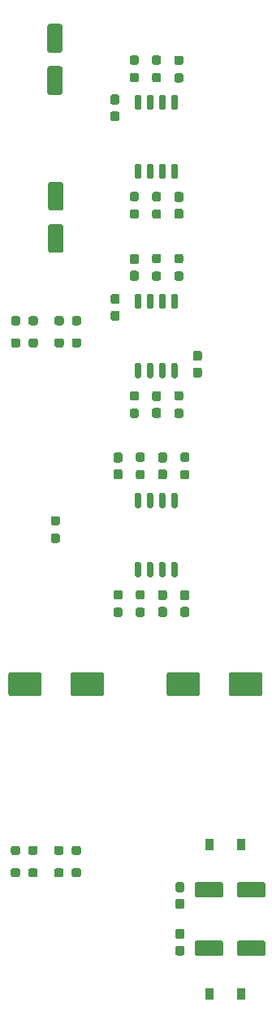
<source format=gbr>
%TF.GenerationSoftware,KiCad,Pcbnew,(5.1.9)-1*%
%TF.CreationDate,2021-03-03T00:59:23+01:00*%
%TF.ProjectId,Hands of Svarog,48616e64-7320-46f6-9620-537661726f67,rev?*%
%TF.SameCoordinates,Original*%
%TF.FileFunction,Paste,Top*%
%TF.FilePolarity,Positive*%
%FSLAX46Y46*%
G04 Gerber Fmt 4.6, Leading zero omitted, Abs format (unit mm)*
G04 Created by KiCad (PCBNEW (5.1.9)-1) date 2021-03-03 00:59:23*
%MOMM*%
%LPD*%
G01*
G04 APERTURE LIST*
%ADD10R,0.900000X1.200000*%
G04 APERTURE END LIST*
%TO.C,C1*%
G36*
G01*
X82449200Y-36358200D02*
X83549200Y-36358200D01*
G75*
G02*
X83799200Y-36608200I0J-250000D01*
G01*
X83799200Y-39108200D01*
G75*
G02*
X83549200Y-39358200I-250000J0D01*
G01*
X82449200Y-39358200D01*
G75*
G02*
X82199200Y-39108200I0J250000D01*
G01*
X82199200Y-36608200D01*
G75*
G02*
X82449200Y-36358200I250000J0D01*
G01*
G37*
G36*
G01*
X82449200Y-31958200D02*
X83549200Y-31958200D01*
G75*
G02*
X83799200Y-32208200I0J-250000D01*
G01*
X83799200Y-34708200D01*
G75*
G02*
X83549200Y-34958200I-250000J0D01*
G01*
X82449200Y-34958200D01*
G75*
G02*
X82199200Y-34708200I0J250000D01*
G01*
X82199200Y-32208200D01*
G75*
G02*
X82449200Y-31958200I250000J0D01*
G01*
G37*
%TD*%
%TO.C,C2*%
G36*
G01*
X82525400Y-48423200D02*
X83625400Y-48423200D01*
G75*
G02*
X83875400Y-48673200I0J-250000D01*
G01*
X83875400Y-51173200D01*
G75*
G02*
X83625400Y-51423200I-250000J0D01*
G01*
X82525400Y-51423200D01*
G75*
G02*
X82275400Y-51173200I0J250000D01*
G01*
X82275400Y-48673200D01*
G75*
G02*
X82525400Y-48423200I250000J0D01*
G01*
G37*
G36*
G01*
X82525400Y-52823200D02*
X83625400Y-52823200D01*
G75*
G02*
X83875400Y-53073200I0J-250000D01*
G01*
X83875400Y-55573200D01*
G75*
G02*
X83625400Y-55823200I-250000J0D01*
G01*
X82525400Y-55823200D01*
G75*
G02*
X82275400Y-55573200I0J250000D01*
G01*
X82275400Y-53073200D01*
G75*
G02*
X82525400Y-52823200I250000J0D01*
G01*
G37*
%TD*%
%TO.C,C3*%
G36*
G01*
X91042100Y-55940000D02*
X91517100Y-55940000D01*
G75*
G02*
X91754600Y-56177500I0J-237500D01*
G01*
X91754600Y-56752500D01*
G75*
G02*
X91517100Y-56990000I-237500J0D01*
G01*
X91042100Y-56990000D01*
G75*
G02*
X90804600Y-56752500I0J237500D01*
G01*
X90804600Y-56177500D01*
G75*
G02*
X91042100Y-55940000I237500J0D01*
G01*
G37*
G36*
G01*
X91042100Y-57690000D02*
X91517100Y-57690000D01*
G75*
G02*
X91754600Y-57927500I0J-237500D01*
G01*
X91754600Y-58502500D01*
G75*
G02*
X91517100Y-58740000I-237500J0D01*
G01*
X91042100Y-58740000D01*
G75*
G02*
X90804600Y-58502500I0J237500D01*
G01*
X90804600Y-57927500D01*
G75*
G02*
X91042100Y-57690000I237500J0D01*
G01*
G37*
%TD*%
%TO.C,C4*%
G36*
G01*
X93980032Y-78389100D02*
X94455032Y-78389100D01*
G75*
G02*
X94692532Y-78626600I0J-237500D01*
G01*
X94692532Y-79201600D01*
G75*
G02*
X94455032Y-79439100I-237500J0D01*
G01*
X93980032Y-79439100D01*
G75*
G02*
X93742532Y-79201600I0J237500D01*
G01*
X93742532Y-78626600D01*
G75*
G02*
X93980032Y-78389100I237500J0D01*
G01*
G37*
G36*
G01*
X93980032Y-76639100D02*
X94455032Y-76639100D01*
G75*
G02*
X94692532Y-76876600I0J-237500D01*
G01*
X94692532Y-77451600D01*
G75*
G02*
X94455032Y-77689100I-237500J0D01*
G01*
X93980032Y-77689100D01*
G75*
G02*
X93742532Y-77451600I0J237500D01*
G01*
X93742532Y-76876600D01*
G75*
G02*
X93980032Y-76639100I237500J0D01*
G01*
G37*
%TD*%
%TO.C,C5*%
G36*
G01*
X93361966Y-71990200D02*
X93836966Y-71990200D01*
G75*
G02*
X94074466Y-72227700I0J-237500D01*
G01*
X94074466Y-72802700D01*
G75*
G02*
X93836966Y-73040200I-237500J0D01*
G01*
X93361966Y-73040200D01*
G75*
G02*
X93124466Y-72802700I0J237500D01*
G01*
X93124466Y-72227700D01*
G75*
G02*
X93361966Y-71990200I237500J0D01*
G01*
G37*
G36*
G01*
X93361966Y-70240200D02*
X93836966Y-70240200D01*
G75*
G02*
X94074466Y-70477700I0J-237500D01*
G01*
X94074466Y-71052700D01*
G75*
G02*
X93836966Y-71290200I-237500J0D01*
G01*
X93361966Y-71290200D01*
G75*
G02*
X93124466Y-71052700I0J237500D01*
G01*
X93124466Y-70477700D01*
G75*
G02*
X93361966Y-70240200I237500J0D01*
G01*
G37*
%TD*%
%TO.C,C6*%
G36*
G01*
X93980032Y-90992000D02*
X94455032Y-90992000D01*
G75*
G02*
X94692532Y-91229500I0J-237500D01*
G01*
X94692532Y-91804500D01*
G75*
G02*
X94455032Y-92042000I-237500J0D01*
G01*
X93980032Y-92042000D01*
G75*
G02*
X93742532Y-91804500I0J237500D01*
G01*
X93742532Y-91229500D01*
G75*
G02*
X93980032Y-90992000I237500J0D01*
G01*
G37*
G36*
G01*
X93980032Y-92742000D02*
X94455032Y-92742000D01*
G75*
G02*
X94692532Y-92979500I0J-237500D01*
G01*
X94692532Y-93554500D01*
G75*
G02*
X94455032Y-93792000I-237500J0D01*
G01*
X93980032Y-93792000D01*
G75*
G02*
X93742532Y-93554500I0J237500D01*
G01*
X93742532Y-92979500D01*
G75*
G02*
X93980032Y-92742000I237500J0D01*
G01*
G37*
%TD*%
%TO.C,C7*%
G36*
G01*
X88126200Y-99799400D02*
X88126200Y-101799400D01*
G75*
G02*
X87876200Y-102049400I-250000J0D01*
G01*
X84876200Y-102049400D01*
G75*
G02*
X84626200Y-101799400I0J250000D01*
G01*
X84626200Y-99799400D01*
G75*
G02*
X84876200Y-99549400I250000J0D01*
G01*
X87876200Y-99549400D01*
G75*
G02*
X88126200Y-99799400I0J-250000D01*
G01*
G37*
G36*
G01*
X81626200Y-99799400D02*
X81626200Y-101799400D01*
G75*
G02*
X81376200Y-102049400I-250000J0D01*
G01*
X78376200Y-102049400D01*
G75*
G02*
X78126200Y-101799400I0J250000D01*
G01*
X78126200Y-99799400D01*
G75*
G02*
X78376200Y-99549400I250000J0D01*
G01*
X81376200Y-99549400D01*
G75*
G02*
X81626200Y-99799400I0J-250000D01*
G01*
G37*
%TD*%
%TO.C,C8*%
G36*
G01*
X98136200Y-99799400D02*
X98136200Y-101799400D01*
G75*
G02*
X97886200Y-102049400I-250000J0D01*
G01*
X94886200Y-102049400D01*
G75*
G02*
X94636200Y-101799400I0J250000D01*
G01*
X94636200Y-99799400D01*
G75*
G02*
X94886200Y-99549400I250000J0D01*
G01*
X97886200Y-99549400D01*
G75*
G02*
X98136200Y-99799400I0J-250000D01*
G01*
G37*
G36*
G01*
X104636200Y-99799400D02*
X104636200Y-101799400D01*
G75*
G02*
X104386200Y-102049400I-250000J0D01*
G01*
X101386200Y-102049400D01*
G75*
G02*
X101136200Y-101799400I0J250000D01*
G01*
X101136200Y-99799400D01*
G75*
G02*
X101386200Y-99549400I250000J0D01*
G01*
X104386200Y-99549400D01*
G75*
G02*
X104636200Y-99799400I0J-250000D01*
G01*
G37*
%TD*%
%TO.C,C9*%
G36*
G01*
X101961800Y-122787000D02*
X101961800Y-121687000D01*
G75*
G02*
X102211800Y-121437000I250000J0D01*
G01*
X104711800Y-121437000D01*
G75*
G02*
X104961800Y-121687000I0J-250000D01*
G01*
X104961800Y-122787000D01*
G75*
G02*
X104711800Y-123037000I-250000J0D01*
G01*
X102211800Y-123037000D01*
G75*
G02*
X101961800Y-122787000I0J250000D01*
G01*
G37*
G36*
G01*
X97561800Y-122787000D02*
X97561800Y-121687000D01*
G75*
G02*
X97811800Y-121437000I250000J0D01*
G01*
X100311800Y-121437000D01*
G75*
G02*
X100561800Y-121687000I0J-250000D01*
G01*
X100561800Y-122787000D01*
G75*
G02*
X100311800Y-123037000I-250000J0D01*
G01*
X97811800Y-123037000D01*
G75*
G02*
X97561800Y-122787000I0J250000D01*
G01*
G37*
%TD*%
%TO.C,C10*%
G36*
G01*
X104961800Y-127783000D02*
X104961800Y-128883000D01*
G75*
G02*
X104711800Y-129133000I-250000J0D01*
G01*
X102211800Y-129133000D01*
G75*
G02*
X101961800Y-128883000I0J250000D01*
G01*
X101961800Y-127783000D01*
G75*
G02*
X102211800Y-127533000I250000J0D01*
G01*
X104711800Y-127533000D01*
G75*
G02*
X104961800Y-127783000I0J-250000D01*
G01*
G37*
G36*
G01*
X100561800Y-127783000D02*
X100561800Y-128883000D01*
G75*
G02*
X100311800Y-129133000I-250000J0D01*
G01*
X97811800Y-129133000D01*
G75*
G02*
X97561800Y-128883000I0J250000D01*
G01*
X97561800Y-127783000D01*
G75*
G02*
X97811800Y-127533000I250000J0D01*
G01*
X100311800Y-127533000D01*
G75*
G02*
X100561800Y-127783000I0J-250000D01*
G01*
G37*
%TD*%
%TO.C,C11*%
G36*
G01*
X95791900Y-123185200D02*
X96266900Y-123185200D01*
G75*
G02*
X96504400Y-123422700I0J-237500D01*
G01*
X96504400Y-123997700D01*
G75*
G02*
X96266900Y-124235200I-237500J0D01*
G01*
X95791900Y-124235200D01*
G75*
G02*
X95554400Y-123997700I0J237500D01*
G01*
X95554400Y-123422700D01*
G75*
G02*
X95791900Y-123185200I237500J0D01*
G01*
G37*
G36*
G01*
X95791900Y-121435200D02*
X96266900Y-121435200D01*
G75*
G02*
X96504400Y-121672700I0J-237500D01*
G01*
X96504400Y-122247700D01*
G75*
G02*
X96266900Y-122485200I-237500J0D01*
G01*
X95791900Y-122485200D01*
G75*
G02*
X95554400Y-122247700I0J237500D01*
G01*
X95554400Y-121672700D01*
G75*
G02*
X95791900Y-121435200I237500J0D01*
G01*
G37*
%TD*%
%TO.C,C12*%
G36*
G01*
X96266900Y-129112000D02*
X95791900Y-129112000D01*
G75*
G02*
X95554400Y-128874500I0J237500D01*
G01*
X95554400Y-128299500D01*
G75*
G02*
X95791900Y-128062000I237500J0D01*
G01*
X96266900Y-128062000D01*
G75*
G02*
X96504400Y-128299500I0J-237500D01*
G01*
X96504400Y-128874500D01*
G75*
G02*
X96266900Y-129112000I-237500J0D01*
G01*
G37*
G36*
G01*
X96266900Y-127362000D02*
X95791900Y-127362000D01*
G75*
G02*
X95554400Y-127124500I0J237500D01*
G01*
X95554400Y-126549500D01*
G75*
G02*
X95791900Y-126312000I237500J0D01*
G01*
X96266900Y-126312000D01*
G75*
G02*
X96504400Y-126549500I0J-237500D01*
G01*
X96504400Y-127124500D01*
G75*
G02*
X96266900Y-127362000I-237500J0D01*
G01*
G37*
%TD*%
%TO.C,C13*%
G36*
G01*
X97620700Y-67785200D02*
X98095700Y-67785200D01*
G75*
G02*
X98333200Y-68022700I0J-237500D01*
G01*
X98333200Y-68597700D01*
G75*
G02*
X98095700Y-68835200I-237500J0D01*
G01*
X97620700Y-68835200D01*
G75*
G02*
X97383200Y-68597700I0J237500D01*
G01*
X97383200Y-68022700D01*
G75*
G02*
X97620700Y-67785200I237500J0D01*
G01*
G37*
G36*
G01*
X97620700Y-66035200D02*
X98095700Y-66035200D01*
G75*
G02*
X98333200Y-66272700I0J-237500D01*
G01*
X98333200Y-66847700D01*
G75*
G02*
X98095700Y-67085200I-237500J0D01*
G01*
X97620700Y-67085200D01*
G75*
G02*
X97383200Y-66847700I0J237500D01*
G01*
X97383200Y-66272700D01*
G75*
G02*
X97620700Y-66035200I237500J0D01*
G01*
G37*
%TD*%
%TO.C,C14*%
G36*
G01*
X89035500Y-60105600D02*
X89510500Y-60105600D01*
G75*
G02*
X89748000Y-60343100I0J-237500D01*
G01*
X89748000Y-60918100D01*
G75*
G02*
X89510500Y-61155600I-237500J0D01*
G01*
X89035500Y-61155600D01*
G75*
G02*
X88798000Y-60918100I0J237500D01*
G01*
X88798000Y-60343100D01*
G75*
G02*
X89035500Y-60105600I237500J0D01*
G01*
G37*
G36*
G01*
X89035500Y-61855600D02*
X89510500Y-61855600D01*
G75*
G02*
X89748000Y-62093100I0J-237500D01*
G01*
X89748000Y-62668100D01*
G75*
G02*
X89510500Y-62905600I-237500J0D01*
G01*
X89035500Y-62905600D01*
G75*
G02*
X88798000Y-62668100I0J237500D01*
G01*
X88798000Y-62093100D01*
G75*
G02*
X89035500Y-61855600I237500J0D01*
G01*
G37*
%TD*%
%TO.C,C15*%
G36*
G01*
X96774900Y-92042000D02*
X96299900Y-92042000D01*
G75*
G02*
X96062400Y-91804500I0J237500D01*
G01*
X96062400Y-91229500D01*
G75*
G02*
X96299900Y-90992000I237500J0D01*
G01*
X96774900Y-90992000D01*
G75*
G02*
X97012400Y-91229500I0J-237500D01*
G01*
X97012400Y-91804500D01*
G75*
G02*
X96774900Y-92042000I-237500J0D01*
G01*
G37*
G36*
G01*
X96774900Y-93792000D02*
X96299900Y-93792000D01*
G75*
G02*
X96062400Y-93554500I0J237500D01*
G01*
X96062400Y-92979500D01*
G75*
G02*
X96299900Y-92742000I237500J0D01*
G01*
X96774900Y-92742000D01*
G75*
G02*
X97012400Y-92979500I0J-237500D01*
G01*
X97012400Y-93554500D01*
G75*
G02*
X96774900Y-93792000I-237500J0D01*
G01*
G37*
%TD*%
%TO.C,C16*%
G36*
G01*
X89815300Y-79439100D02*
X89340300Y-79439100D01*
G75*
G02*
X89102800Y-79201600I0J237500D01*
G01*
X89102800Y-78626600D01*
G75*
G02*
X89340300Y-78389100I237500J0D01*
G01*
X89815300Y-78389100D01*
G75*
G02*
X90052800Y-78626600I0J-237500D01*
G01*
X90052800Y-79201600D01*
G75*
G02*
X89815300Y-79439100I-237500J0D01*
G01*
G37*
G36*
G01*
X89815300Y-77689100D02*
X89340300Y-77689100D01*
G75*
G02*
X89102800Y-77451600I0J237500D01*
G01*
X89102800Y-76876600D01*
G75*
G02*
X89340300Y-76639100I237500J0D01*
G01*
X89815300Y-76639100D01*
G75*
G02*
X90052800Y-76876600I0J-237500D01*
G01*
X90052800Y-77451600D01*
G75*
G02*
X89815300Y-77689100I-237500J0D01*
G01*
G37*
%TD*%
%TO.C,C17*%
G36*
G01*
X96156832Y-50524400D02*
X95681832Y-50524400D01*
G75*
G02*
X95444332Y-50286900I0J237500D01*
G01*
X95444332Y-49711900D01*
G75*
G02*
X95681832Y-49474400I237500J0D01*
G01*
X96156832Y-49474400D01*
G75*
G02*
X96394332Y-49711900I0J-237500D01*
G01*
X96394332Y-50286900D01*
G75*
G02*
X96156832Y-50524400I-237500J0D01*
G01*
G37*
G36*
G01*
X96156832Y-52274400D02*
X95681832Y-52274400D01*
G75*
G02*
X95444332Y-52036900I0J237500D01*
G01*
X95444332Y-51461900D01*
G75*
G02*
X95681832Y-51224400I237500J0D01*
G01*
X96156832Y-51224400D01*
G75*
G02*
X96394332Y-51461900I0J-237500D01*
G01*
X96394332Y-52036900D01*
G75*
G02*
X96156832Y-52274400I-237500J0D01*
G01*
G37*
%TD*%
%TO.C,C18*%
G36*
G01*
X89010100Y-39314400D02*
X89485100Y-39314400D01*
G75*
G02*
X89722600Y-39551900I0J-237500D01*
G01*
X89722600Y-40126900D01*
G75*
G02*
X89485100Y-40364400I-237500J0D01*
G01*
X89010100Y-40364400D01*
G75*
G02*
X88772600Y-40126900I0J237500D01*
G01*
X88772600Y-39551900D01*
G75*
G02*
X89010100Y-39314400I237500J0D01*
G01*
G37*
G36*
G01*
X89010100Y-41064400D02*
X89485100Y-41064400D01*
G75*
G02*
X89722600Y-41301900I0J-237500D01*
G01*
X89722600Y-41876900D01*
G75*
G02*
X89485100Y-42114400I-237500J0D01*
G01*
X89010100Y-42114400D01*
G75*
G02*
X88772600Y-41876900I0J237500D01*
G01*
X88772600Y-41301900D01*
G75*
G02*
X89010100Y-41064400I237500J0D01*
G01*
G37*
%TD*%
D10*
%TO.C,D1*%
X99155600Y-117538000D03*
X102455600Y-117538000D03*
%TD*%
%TO.C,D2*%
X99155600Y-133082800D03*
X102455600Y-133082800D03*
%TD*%
%TO.C,R1*%
G36*
G01*
X93836966Y-36212100D02*
X93361966Y-36212100D01*
G75*
G02*
X93124466Y-35974600I0J237500D01*
G01*
X93124466Y-35474600D01*
G75*
G02*
X93361966Y-35237100I237500J0D01*
G01*
X93836966Y-35237100D01*
G75*
G02*
X94074466Y-35474600I0J-237500D01*
G01*
X94074466Y-35974600D01*
G75*
G02*
X93836966Y-36212100I-237500J0D01*
G01*
G37*
G36*
G01*
X93836966Y-38037100D02*
X93361966Y-38037100D01*
G75*
G02*
X93124466Y-37799600I0J237500D01*
G01*
X93124466Y-37299600D01*
G75*
G02*
X93361966Y-37062100I237500J0D01*
G01*
X93836966Y-37062100D01*
G75*
G02*
X94074466Y-37299600I0J-237500D01*
G01*
X94074466Y-37799600D01*
G75*
G02*
X93836966Y-38037100I-237500J0D01*
G01*
G37*
%TD*%
%TO.C,R2*%
G36*
G01*
X91517100Y-38037100D02*
X91042100Y-38037100D01*
G75*
G02*
X90804600Y-37799600I0J237500D01*
G01*
X90804600Y-37299600D01*
G75*
G02*
X91042100Y-37062100I237500J0D01*
G01*
X91517100Y-37062100D01*
G75*
G02*
X91754600Y-37299600I0J-237500D01*
G01*
X91754600Y-37799600D01*
G75*
G02*
X91517100Y-38037100I-237500J0D01*
G01*
G37*
G36*
G01*
X91517100Y-36212100D02*
X91042100Y-36212100D01*
G75*
G02*
X90804600Y-35974600I0J237500D01*
G01*
X90804600Y-35474600D01*
G75*
G02*
X91042100Y-35237100I237500J0D01*
G01*
X91517100Y-35237100D01*
G75*
G02*
X91754600Y-35474600I0J-237500D01*
G01*
X91754600Y-35974600D01*
G75*
G02*
X91517100Y-36212100I-237500J0D01*
G01*
G37*
%TD*%
%TO.C,R3*%
G36*
G01*
X91042100Y-49474400D02*
X91517100Y-49474400D01*
G75*
G02*
X91754600Y-49711900I0J-237500D01*
G01*
X91754600Y-50211900D01*
G75*
G02*
X91517100Y-50449400I-237500J0D01*
G01*
X91042100Y-50449400D01*
G75*
G02*
X90804600Y-50211900I0J237500D01*
G01*
X90804600Y-49711900D01*
G75*
G02*
X91042100Y-49474400I237500J0D01*
G01*
G37*
G36*
G01*
X91042100Y-51299400D02*
X91517100Y-51299400D01*
G75*
G02*
X91754600Y-51536900I0J-237500D01*
G01*
X91754600Y-52036900D01*
G75*
G02*
X91517100Y-52274400I-237500J0D01*
G01*
X91042100Y-52274400D01*
G75*
G02*
X90804600Y-52036900I0J237500D01*
G01*
X90804600Y-51536900D01*
G75*
G02*
X91042100Y-51299400I237500J0D01*
G01*
G37*
%TD*%
%TO.C,R4*%
G36*
G01*
X82812337Y-83270400D02*
X83287337Y-83270400D01*
G75*
G02*
X83524837Y-83507900I0J-237500D01*
G01*
X83524837Y-84007900D01*
G75*
G02*
X83287337Y-84245400I-237500J0D01*
G01*
X82812337Y-84245400D01*
G75*
G02*
X82574837Y-84007900I0J237500D01*
G01*
X82574837Y-83507900D01*
G75*
G02*
X82812337Y-83270400I237500J0D01*
G01*
G37*
G36*
G01*
X82812337Y-85095400D02*
X83287337Y-85095400D01*
G75*
G02*
X83524837Y-85332900I0J-237500D01*
G01*
X83524837Y-85832900D01*
G75*
G02*
X83287337Y-86070400I-237500J0D01*
G01*
X82812337Y-86070400D01*
G75*
G02*
X82574837Y-85832900I0J237500D01*
G01*
X82574837Y-85332900D01*
G75*
G02*
X82812337Y-85095400I237500J0D01*
G01*
G37*
%TD*%
%TO.C,R5*%
G36*
G01*
X96156832Y-38066300D02*
X95681832Y-38066300D01*
G75*
G02*
X95444332Y-37828800I0J237500D01*
G01*
X95444332Y-37328800D01*
G75*
G02*
X95681832Y-37091300I237500J0D01*
G01*
X96156832Y-37091300D01*
G75*
G02*
X96394332Y-37328800I0J-237500D01*
G01*
X96394332Y-37828800D01*
G75*
G02*
X96156832Y-38066300I-237500J0D01*
G01*
G37*
G36*
G01*
X96156832Y-36241300D02*
X95681832Y-36241300D01*
G75*
G02*
X95444332Y-36003800I0J237500D01*
G01*
X95444332Y-35503800D01*
G75*
G02*
X95681832Y-35266300I237500J0D01*
G01*
X96156832Y-35266300D01*
G75*
G02*
X96394332Y-35503800I0J-237500D01*
G01*
X96394332Y-36003800D01*
G75*
G02*
X96156832Y-36241300I-237500J0D01*
G01*
G37*
%TD*%
%TO.C,R6*%
G36*
G01*
X93361966Y-51299400D02*
X93836966Y-51299400D01*
G75*
G02*
X94074466Y-51536900I0J-237500D01*
G01*
X94074466Y-52036900D01*
G75*
G02*
X93836966Y-52274400I-237500J0D01*
G01*
X93361966Y-52274400D01*
G75*
G02*
X93124466Y-52036900I0J237500D01*
G01*
X93124466Y-51536900D01*
G75*
G02*
X93361966Y-51299400I237500J0D01*
G01*
G37*
G36*
G01*
X93361966Y-49474400D02*
X93836966Y-49474400D01*
G75*
G02*
X94074466Y-49711900I0J-237500D01*
G01*
X94074466Y-50211900D01*
G75*
G02*
X93836966Y-50449400I-237500J0D01*
G01*
X93361966Y-50449400D01*
G75*
G02*
X93124466Y-50211900I0J237500D01*
G01*
X93124466Y-49711900D01*
G75*
G02*
X93361966Y-49474400I237500J0D01*
G01*
G37*
%TD*%
%TO.C,R7*%
G36*
G01*
X81222300Y-62665100D02*
X81222300Y-63140100D01*
G75*
G02*
X80984800Y-63377600I-237500J0D01*
G01*
X80484800Y-63377600D01*
G75*
G02*
X80247300Y-63140100I0J237500D01*
G01*
X80247300Y-62665100D01*
G75*
G02*
X80484800Y-62427600I237500J0D01*
G01*
X80984800Y-62427600D01*
G75*
G02*
X81222300Y-62665100I0J-237500D01*
G01*
G37*
G36*
G01*
X79397300Y-62665100D02*
X79397300Y-63140100D01*
G75*
G02*
X79159800Y-63377600I-237500J0D01*
G01*
X78659800Y-63377600D01*
G75*
G02*
X78422300Y-63140100I0J237500D01*
G01*
X78422300Y-62665100D01*
G75*
G02*
X78659800Y-62427600I237500J0D01*
G01*
X79159800Y-62427600D01*
G75*
G02*
X79397300Y-62665100I0J-237500D01*
G01*
G37*
%TD*%
%TO.C,R8*%
G36*
G01*
X81222300Y-64976500D02*
X81222300Y-65451500D01*
G75*
G02*
X80984800Y-65689000I-237500J0D01*
G01*
X80484800Y-65689000D01*
G75*
G02*
X80247300Y-65451500I0J237500D01*
G01*
X80247300Y-64976500D01*
G75*
G02*
X80484800Y-64739000I237500J0D01*
G01*
X80984800Y-64739000D01*
G75*
G02*
X81222300Y-64976500I0J-237500D01*
G01*
G37*
G36*
G01*
X79397300Y-64976500D02*
X79397300Y-65451500D01*
G75*
G02*
X79159800Y-65689000I-237500J0D01*
G01*
X78659800Y-65689000D01*
G75*
G02*
X78422300Y-65451500I0J237500D01*
G01*
X78422300Y-64976500D01*
G75*
G02*
X78659800Y-64739000I237500J0D01*
G01*
X79159800Y-64739000D01*
G75*
G02*
X79397300Y-64976500I0J-237500D01*
G01*
G37*
%TD*%
%TO.C,R9*%
G36*
G01*
X79371900Y-120221500D02*
X79371900Y-120696500D01*
G75*
G02*
X79134400Y-120934000I-237500J0D01*
G01*
X78634400Y-120934000D01*
G75*
G02*
X78396900Y-120696500I0J237500D01*
G01*
X78396900Y-120221500D01*
G75*
G02*
X78634400Y-119984000I237500J0D01*
G01*
X79134400Y-119984000D01*
G75*
G02*
X79371900Y-120221500I0J-237500D01*
G01*
G37*
G36*
G01*
X81196900Y-120221500D02*
X81196900Y-120696500D01*
G75*
G02*
X80959400Y-120934000I-237500J0D01*
G01*
X80459400Y-120934000D01*
G75*
G02*
X80221900Y-120696500I0J237500D01*
G01*
X80221900Y-120221500D01*
G75*
G02*
X80459400Y-119984000I237500J0D01*
G01*
X80959400Y-119984000D01*
G75*
G02*
X81196900Y-120221500I0J-237500D01*
G01*
G37*
%TD*%
%TO.C,R10*%
G36*
G01*
X82918100Y-120696500D02*
X82918100Y-120221500D01*
G75*
G02*
X83155600Y-119984000I237500J0D01*
G01*
X83655600Y-119984000D01*
G75*
G02*
X83893100Y-120221500I0J-237500D01*
G01*
X83893100Y-120696500D01*
G75*
G02*
X83655600Y-120934000I-237500J0D01*
G01*
X83155600Y-120934000D01*
G75*
G02*
X82918100Y-120696500I0J237500D01*
G01*
G37*
G36*
G01*
X84743100Y-120696500D02*
X84743100Y-120221500D01*
G75*
G02*
X84980600Y-119984000I237500J0D01*
G01*
X85480600Y-119984000D01*
G75*
G02*
X85718100Y-120221500I0J-237500D01*
G01*
X85718100Y-120696500D01*
G75*
G02*
X85480600Y-120934000I-237500J0D01*
G01*
X84980600Y-120934000D01*
G75*
G02*
X84743100Y-120696500I0J237500D01*
G01*
G37*
%TD*%
%TO.C,R11*%
G36*
G01*
X83918500Y-62665100D02*
X83918500Y-63140100D01*
G75*
G02*
X83681000Y-63377600I-237500J0D01*
G01*
X83181000Y-63377600D01*
G75*
G02*
X82943500Y-63140100I0J237500D01*
G01*
X82943500Y-62665100D01*
G75*
G02*
X83181000Y-62427600I237500J0D01*
G01*
X83681000Y-62427600D01*
G75*
G02*
X83918500Y-62665100I0J-237500D01*
G01*
G37*
G36*
G01*
X85743500Y-62665100D02*
X85743500Y-63140100D01*
G75*
G02*
X85506000Y-63377600I-237500J0D01*
G01*
X85006000Y-63377600D01*
G75*
G02*
X84768500Y-63140100I0J237500D01*
G01*
X84768500Y-62665100D01*
G75*
G02*
X85006000Y-62427600I237500J0D01*
G01*
X85506000Y-62427600D01*
G75*
G02*
X85743500Y-62665100I0J-237500D01*
G01*
G37*
%TD*%
%TO.C,R12*%
G36*
G01*
X85743500Y-64976500D02*
X85743500Y-65451500D01*
G75*
G02*
X85506000Y-65689000I-237500J0D01*
G01*
X85006000Y-65689000D01*
G75*
G02*
X84768500Y-65451500I0J237500D01*
G01*
X84768500Y-64976500D01*
G75*
G02*
X85006000Y-64739000I237500J0D01*
G01*
X85506000Y-64739000D01*
G75*
G02*
X85743500Y-64976500I0J-237500D01*
G01*
G37*
G36*
G01*
X83918500Y-64976500D02*
X83918500Y-65451500D01*
G75*
G02*
X83681000Y-65689000I-237500J0D01*
G01*
X83181000Y-65689000D01*
G75*
G02*
X82943500Y-65451500I0J237500D01*
G01*
X82943500Y-64976500D01*
G75*
G02*
X83181000Y-64739000I237500J0D01*
G01*
X83681000Y-64739000D01*
G75*
G02*
X83918500Y-64976500I0J-237500D01*
G01*
G37*
%TD*%
%TO.C,R13*%
G36*
G01*
X80221900Y-118359700D02*
X80221900Y-117884700D01*
G75*
G02*
X80459400Y-117647200I237500J0D01*
G01*
X80959400Y-117647200D01*
G75*
G02*
X81196900Y-117884700I0J-237500D01*
G01*
X81196900Y-118359700D01*
G75*
G02*
X80959400Y-118597200I-237500J0D01*
G01*
X80459400Y-118597200D01*
G75*
G02*
X80221900Y-118359700I0J237500D01*
G01*
G37*
G36*
G01*
X78396900Y-118359700D02*
X78396900Y-117884700D01*
G75*
G02*
X78634400Y-117647200I237500J0D01*
G01*
X79134400Y-117647200D01*
G75*
G02*
X79371900Y-117884700I0J-237500D01*
G01*
X79371900Y-118359700D01*
G75*
G02*
X79134400Y-118597200I-237500J0D01*
G01*
X78634400Y-118597200D01*
G75*
G02*
X78396900Y-118359700I0J237500D01*
G01*
G37*
%TD*%
%TO.C,R14*%
G36*
G01*
X82918100Y-118359700D02*
X82918100Y-117884700D01*
G75*
G02*
X83155600Y-117647200I237500J0D01*
G01*
X83655600Y-117647200D01*
G75*
G02*
X83893100Y-117884700I0J-237500D01*
G01*
X83893100Y-118359700D01*
G75*
G02*
X83655600Y-118597200I-237500J0D01*
G01*
X83155600Y-118597200D01*
G75*
G02*
X82918100Y-118359700I0J237500D01*
G01*
G37*
G36*
G01*
X84743100Y-118359700D02*
X84743100Y-117884700D01*
G75*
G02*
X84980600Y-117647200I237500J0D01*
G01*
X85480600Y-117647200D01*
G75*
G02*
X85718100Y-117884700I0J-237500D01*
G01*
X85718100Y-118359700D01*
G75*
G02*
X85480600Y-118597200I-237500J0D01*
G01*
X84980600Y-118597200D01*
G75*
G02*
X84743100Y-118359700I0J237500D01*
G01*
G37*
%TD*%
%TO.C,R15*%
G36*
G01*
X93361966Y-57765000D02*
X93836966Y-57765000D01*
G75*
G02*
X94074466Y-58002500I0J-237500D01*
G01*
X94074466Y-58502500D01*
G75*
G02*
X93836966Y-58740000I-237500J0D01*
G01*
X93361966Y-58740000D01*
G75*
G02*
X93124466Y-58502500I0J237500D01*
G01*
X93124466Y-58002500D01*
G75*
G02*
X93361966Y-57765000I237500J0D01*
G01*
G37*
G36*
G01*
X93361966Y-55940000D02*
X93836966Y-55940000D01*
G75*
G02*
X94074466Y-56177500I0J-237500D01*
G01*
X94074466Y-56677500D01*
G75*
G02*
X93836966Y-56915000I-237500J0D01*
G01*
X93361966Y-56915000D01*
G75*
G02*
X93124466Y-56677500I0J237500D01*
G01*
X93124466Y-56177500D01*
G75*
G02*
X93361966Y-55940000I237500J0D01*
G01*
G37*
%TD*%
%TO.C,R16*%
G36*
G01*
X96299900Y-76639100D02*
X96774900Y-76639100D01*
G75*
G02*
X97012400Y-76876600I0J-237500D01*
G01*
X97012400Y-77376600D01*
G75*
G02*
X96774900Y-77614100I-237500J0D01*
G01*
X96299900Y-77614100D01*
G75*
G02*
X96062400Y-77376600I0J237500D01*
G01*
X96062400Y-76876600D01*
G75*
G02*
X96299900Y-76639100I237500J0D01*
G01*
G37*
G36*
G01*
X96299900Y-78464100D02*
X96774900Y-78464100D01*
G75*
G02*
X97012400Y-78701600I0J-237500D01*
G01*
X97012400Y-79201600D01*
G75*
G02*
X96774900Y-79439100I-237500J0D01*
G01*
X96299900Y-79439100D01*
G75*
G02*
X96062400Y-79201600I0J237500D01*
G01*
X96062400Y-78701600D01*
G75*
G02*
X96299900Y-78464100I237500J0D01*
G01*
G37*
%TD*%
%TO.C,R17*%
G36*
G01*
X95681832Y-57765000D02*
X96156832Y-57765000D01*
G75*
G02*
X96394332Y-58002500I0J-237500D01*
G01*
X96394332Y-58502500D01*
G75*
G02*
X96156832Y-58740000I-237500J0D01*
G01*
X95681832Y-58740000D01*
G75*
G02*
X95444332Y-58502500I0J237500D01*
G01*
X95444332Y-58002500D01*
G75*
G02*
X95681832Y-57765000I237500J0D01*
G01*
G37*
G36*
G01*
X95681832Y-55940000D02*
X96156832Y-55940000D01*
G75*
G02*
X96394332Y-56177500I0J-237500D01*
G01*
X96394332Y-56677500D01*
G75*
G02*
X96156832Y-56915000I-237500J0D01*
G01*
X95681832Y-56915000D01*
G75*
G02*
X95444332Y-56677500I0J237500D01*
G01*
X95444332Y-56177500D01*
G75*
G02*
X95681832Y-55940000I237500J0D01*
G01*
G37*
%TD*%
%TO.C,R18*%
G36*
G01*
X92135166Y-77614100D02*
X91660166Y-77614100D01*
G75*
G02*
X91422666Y-77376600I0J237500D01*
G01*
X91422666Y-76876600D01*
G75*
G02*
X91660166Y-76639100I237500J0D01*
G01*
X92135166Y-76639100D01*
G75*
G02*
X92372666Y-76876600I0J-237500D01*
G01*
X92372666Y-77376600D01*
G75*
G02*
X92135166Y-77614100I-237500J0D01*
G01*
G37*
G36*
G01*
X92135166Y-79439100D02*
X91660166Y-79439100D01*
G75*
G02*
X91422666Y-79201600I0J237500D01*
G01*
X91422666Y-78701600D01*
G75*
G02*
X91660166Y-78464100I237500J0D01*
G01*
X92135166Y-78464100D01*
G75*
G02*
X92372666Y-78701600I0J-237500D01*
G01*
X92372666Y-79201600D01*
G75*
G02*
X92135166Y-79439100I-237500J0D01*
G01*
G37*
%TD*%
%TO.C,R19*%
G36*
G01*
X91517100Y-73040200D02*
X91042100Y-73040200D01*
G75*
G02*
X90804600Y-72802700I0J237500D01*
G01*
X90804600Y-72302700D01*
G75*
G02*
X91042100Y-72065200I237500J0D01*
G01*
X91517100Y-72065200D01*
G75*
G02*
X91754600Y-72302700I0J-237500D01*
G01*
X91754600Y-72802700D01*
G75*
G02*
X91517100Y-73040200I-237500J0D01*
G01*
G37*
G36*
G01*
X91517100Y-71215200D02*
X91042100Y-71215200D01*
G75*
G02*
X90804600Y-70977700I0J237500D01*
G01*
X90804600Y-70477700D01*
G75*
G02*
X91042100Y-70240200I237500J0D01*
G01*
X91517100Y-70240200D01*
G75*
G02*
X91754600Y-70477700I0J-237500D01*
G01*
X91754600Y-70977700D01*
G75*
G02*
X91517100Y-71215200I-237500J0D01*
G01*
G37*
%TD*%
%TO.C,R20*%
G36*
G01*
X96156832Y-71215200D02*
X95681832Y-71215200D01*
G75*
G02*
X95444332Y-70977700I0J237500D01*
G01*
X95444332Y-70477700D01*
G75*
G02*
X95681832Y-70240200I237500J0D01*
G01*
X96156832Y-70240200D01*
G75*
G02*
X96394332Y-70477700I0J-237500D01*
G01*
X96394332Y-70977700D01*
G75*
G02*
X96156832Y-71215200I-237500J0D01*
G01*
G37*
G36*
G01*
X96156832Y-73040200D02*
X95681832Y-73040200D01*
G75*
G02*
X95444332Y-72802700I0J237500D01*
G01*
X95444332Y-72302700D01*
G75*
G02*
X95681832Y-72065200I237500J0D01*
G01*
X96156832Y-72065200D01*
G75*
G02*
X96394332Y-72302700I0J-237500D01*
G01*
X96394332Y-72802700D01*
G75*
G02*
X96156832Y-73040200I-237500J0D01*
G01*
G37*
%TD*%
%TO.C,R21*%
G36*
G01*
X89815300Y-91967000D02*
X89340300Y-91967000D01*
G75*
G02*
X89102800Y-91729500I0J237500D01*
G01*
X89102800Y-91229500D01*
G75*
G02*
X89340300Y-90992000I237500J0D01*
G01*
X89815300Y-90992000D01*
G75*
G02*
X90052800Y-91229500I0J-237500D01*
G01*
X90052800Y-91729500D01*
G75*
G02*
X89815300Y-91967000I-237500J0D01*
G01*
G37*
G36*
G01*
X89815300Y-93792000D02*
X89340300Y-93792000D01*
G75*
G02*
X89102800Y-93554500I0J237500D01*
G01*
X89102800Y-93054500D01*
G75*
G02*
X89340300Y-92817000I237500J0D01*
G01*
X89815300Y-92817000D01*
G75*
G02*
X90052800Y-93054500I0J-237500D01*
G01*
X90052800Y-93554500D01*
G75*
G02*
X89815300Y-93792000I-237500J0D01*
G01*
G37*
%TD*%
%TO.C,R22*%
G36*
G01*
X92135166Y-91967000D02*
X91660166Y-91967000D01*
G75*
G02*
X91422666Y-91729500I0J237500D01*
G01*
X91422666Y-91229500D01*
G75*
G02*
X91660166Y-90992000I237500J0D01*
G01*
X92135166Y-90992000D01*
G75*
G02*
X92372666Y-91229500I0J-237500D01*
G01*
X92372666Y-91729500D01*
G75*
G02*
X92135166Y-91967000I-237500J0D01*
G01*
G37*
G36*
G01*
X92135166Y-93792000D02*
X91660166Y-93792000D01*
G75*
G02*
X91422666Y-93554500I0J237500D01*
G01*
X91422666Y-93054500D01*
G75*
G02*
X91660166Y-92817000I237500J0D01*
G01*
X92135166Y-92817000D01*
G75*
G02*
X92372666Y-93054500I0J-237500D01*
G01*
X92372666Y-93554500D01*
G75*
G02*
X92135166Y-93792000I-237500J0D01*
G01*
G37*
%TD*%
%TO.C,U1*%
G36*
G01*
X95320600Y-39325600D02*
X95620600Y-39325600D01*
G75*
G02*
X95770600Y-39475600I0J-150000D01*
G01*
X95770600Y-40775600D01*
G75*
G02*
X95620600Y-40925600I-150000J0D01*
G01*
X95320600Y-40925600D01*
G75*
G02*
X95170600Y-40775600I0J150000D01*
G01*
X95170600Y-39475600D01*
G75*
G02*
X95320600Y-39325600I150000J0D01*
G01*
G37*
G36*
G01*
X94050600Y-39325600D02*
X94350600Y-39325600D01*
G75*
G02*
X94500600Y-39475600I0J-150000D01*
G01*
X94500600Y-40775600D01*
G75*
G02*
X94350600Y-40925600I-150000J0D01*
G01*
X94050600Y-40925600D01*
G75*
G02*
X93900600Y-40775600I0J150000D01*
G01*
X93900600Y-39475600D01*
G75*
G02*
X94050600Y-39325600I150000J0D01*
G01*
G37*
G36*
G01*
X92780600Y-39325600D02*
X93080600Y-39325600D01*
G75*
G02*
X93230600Y-39475600I0J-150000D01*
G01*
X93230600Y-40775600D01*
G75*
G02*
X93080600Y-40925600I-150000J0D01*
G01*
X92780600Y-40925600D01*
G75*
G02*
X92630600Y-40775600I0J150000D01*
G01*
X92630600Y-39475600D01*
G75*
G02*
X92780600Y-39325600I150000J0D01*
G01*
G37*
G36*
G01*
X91510600Y-39325600D02*
X91810600Y-39325600D01*
G75*
G02*
X91960600Y-39475600I0J-150000D01*
G01*
X91960600Y-40775600D01*
G75*
G02*
X91810600Y-40925600I-150000J0D01*
G01*
X91510600Y-40925600D01*
G75*
G02*
X91360600Y-40775600I0J150000D01*
G01*
X91360600Y-39475600D01*
G75*
G02*
X91510600Y-39325600I150000J0D01*
G01*
G37*
G36*
G01*
X91510600Y-46525600D02*
X91810600Y-46525600D01*
G75*
G02*
X91960600Y-46675600I0J-150000D01*
G01*
X91960600Y-47975600D01*
G75*
G02*
X91810600Y-48125600I-150000J0D01*
G01*
X91510600Y-48125600D01*
G75*
G02*
X91360600Y-47975600I0J150000D01*
G01*
X91360600Y-46675600D01*
G75*
G02*
X91510600Y-46525600I150000J0D01*
G01*
G37*
G36*
G01*
X92780600Y-46525600D02*
X93080600Y-46525600D01*
G75*
G02*
X93230600Y-46675600I0J-150000D01*
G01*
X93230600Y-47975600D01*
G75*
G02*
X93080600Y-48125600I-150000J0D01*
G01*
X92780600Y-48125600D01*
G75*
G02*
X92630600Y-47975600I0J150000D01*
G01*
X92630600Y-46675600D01*
G75*
G02*
X92780600Y-46525600I150000J0D01*
G01*
G37*
G36*
G01*
X94050600Y-46525600D02*
X94350600Y-46525600D01*
G75*
G02*
X94500600Y-46675600I0J-150000D01*
G01*
X94500600Y-47975600D01*
G75*
G02*
X94350600Y-48125600I-150000J0D01*
G01*
X94050600Y-48125600D01*
G75*
G02*
X93900600Y-47975600I0J150000D01*
G01*
X93900600Y-46675600D01*
G75*
G02*
X94050600Y-46525600I150000J0D01*
G01*
G37*
G36*
G01*
X95320600Y-46525600D02*
X95620600Y-46525600D01*
G75*
G02*
X95770600Y-46675600I0J-150000D01*
G01*
X95770600Y-47975600D01*
G75*
G02*
X95620600Y-48125600I-150000J0D01*
G01*
X95320600Y-48125600D01*
G75*
G02*
X95170600Y-47975600I0J150000D01*
G01*
X95170600Y-46675600D01*
G75*
G02*
X95320600Y-46525600I150000J0D01*
G01*
G37*
%TD*%
%TO.C,U2*%
G36*
G01*
X95320600Y-60077400D02*
X95620600Y-60077400D01*
G75*
G02*
X95770600Y-60227400I0J-150000D01*
G01*
X95770600Y-61527400D01*
G75*
G02*
X95620600Y-61677400I-150000J0D01*
G01*
X95320600Y-61677400D01*
G75*
G02*
X95170600Y-61527400I0J150000D01*
G01*
X95170600Y-60227400D01*
G75*
G02*
X95320600Y-60077400I150000J0D01*
G01*
G37*
G36*
G01*
X94050600Y-60077400D02*
X94350600Y-60077400D01*
G75*
G02*
X94500600Y-60227400I0J-150000D01*
G01*
X94500600Y-61527400D01*
G75*
G02*
X94350600Y-61677400I-150000J0D01*
G01*
X94050600Y-61677400D01*
G75*
G02*
X93900600Y-61527400I0J150000D01*
G01*
X93900600Y-60227400D01*
G75*
G02*
X94050600Y-60077400I150000J0D01*
G01*
G37*
G36*
G01*
X92780600Y-60077400D02*
X93080600Y-60077400D01*
G75*
G02*
X93230600Y-60227400I0J-150000D01*
G01*
X93230600Y-61527400D01*
G75*
G02*
X93080600Y-61677400I-150000J0D01*
G01*
X92780600Y-61677400D01*
G75*
G02*
X92630600Y-61527400I0J150000D01*
G01*
X92630600Y-60227400D01*
G75*
G02*
X92780600Y-60077400I150000J0D01*
G01*
G37*
G36*
G01*
X91510600Y-60077400D02*
X91810600Y-60077400D01*
G75*
G02*
X91960600Y-60227400I0J-150000D01*
G01*
X91960600Y-61527400D01*
G75*
G02*
X91810600Y-61677400I-150000J0D01*
G01*
X91510600Y-61677400D01*
G75*
G02*
X91360600Y-61527400I0J150000D01*
G01*
X91360600Y-60227400D01*
G75*
G02*
X91510600Y-60077400I150000J0D01*
G01*
G37*
G36*
G01*
X91510600Y-67277400D02*
X91810600Y-67277400D01*
G75*
G02*
X91960600Y-67427400I0J-150000D01*
G01*
X91960600Y-68727400D01*
G75*
G02*
X91810600Y-68877400I-150000J0D01*
G01*
X91510600Y-68877400D01*
G75*
G02*
X91360600Y-68727400I0J150000D01*
G01*
X91360600Y-67427400D01*
G75*
G02*
X91510600Y-67277400I150000J0D01*
G01*
G37*
G36*
G01*
X92780600Y-67277400D02*
X93080600Y-67277400D01*
G75*
G02*
X93230600Y-67427400I0J-150000D01*
G01*
X93230600Y-68727400D01*
G75*
G02*
X93080600Y-68877400I-150000J0D01*
G01*
X92780600Y-68877400D01*
G75*
G02*
X92630600Y-68727400I0J150000D01*
G01*
X92630600Y-67427400D01*
G75*
G02*
X92780600Y-67277400I150000J0D01*
G01*
G37*
G36*
G01*
X94050600Y-67277400D02*
X94350600Y-67277400D01*
G75*
G02*
X94500600Y-67427400I0J-150000D01*
G01*
X94500600Y-68727400D01*
G75*
G02*
X94350600Y-68877400I-150000J0D01*
G01*
X94050600Y-68877400D01*
G75*
G02*
X93900600Y-68727400I0J150000D01*
G01*
X93900600Y-67427400D01*
G75*
G02*
X94050600Y-67277400I150000J0D01*
G01*
G37*
G36*
G01*
X95320600Y-67277400D02*
X95620600Y-67277400D01*
G75*
G02*
X95770600Y-67427400I0J-150000D01*
G01*
X95770600Y-68727400D01*
G75*
G02*
X95620600Y-68877400I-150000J0D01*
G01*
X95320600Y-68877400D01*
G75*
G02*
X95170600Y-68727400I0J150000D01*
G01*
X95170600Y-67427400D01*
G75*
G02*
X95320600Y-67277400I150000J0D01*
G01*
G37*
%TD*%
%TO.C,U3*%
G36*
G01*
X95320600Y-88029200D02*
X95620600Y-88029200D01*
G75*
G02*
X95770600Y-88179200I0J-150000D01*
G01*
X95770600Y-89479200D01*
G75*
G02*
X95620600Y-89629200I-150000J0D01*
G01*
X95320600Y-89629200D01*
G75*
G02*
X95170600Y-89479200I0J150000D01*
G01*
X95170600Y-88179200D01*
G75*
G02*
X95320600Y-88029200I150000J0D01*
G01*
G37*
G36*
G01*
X94050600Y-88029200D02*
X94350600Y-88029200D01*
G75*
G02*
X94500600Y-88179200I0J-150000D01*
G01*
X94500600Y-89479200D01*
G75*
G02*
X94350600Y-89629200I-150000J0D01*
G01*
X94050600Y-89629200D01*
G75*
G02*
X93900600Y-89479200I0J150000D01*
G01*
X93900600Y-88179200D01*
G75*
G02*
X94050600Y-88029200I150000J0D01*
G01*
G37*
G36*
G01*
X92780600Y-88029200D02*
X93080600Y-88029200D01*
G75*
G02*
X93230600Y-88179200I0J-150000D01*
G01*
X93230600Y-89479200D01*
G75*
G02*
X93080600Y-89629200I-150000J0D01*
G01*
X92780600Y-89629200D01*
G75*
G02*
X92630600Y-89479200I0J150000D01*
G01*
X92630600Y-88179200D01*
G75*
G02*
X92780600Y-88029200I150000J0D01*
G01*
G37*
G36*
G01*
X91510600Y-88029200D02*
X91810600Y-88029200D01*
G75*
G02*
X91960600Y-88179200I0J-150000D01*
G01*
X91960600Y-89479200D01*
G75*
G02*
X91810600Y-89629200I-150000J0D01*
G01*
X91510600Y-89629200D01*
G75*
G02*
X91360600Y-89479200I0J150000D01*
G01*
X91360600Y-88179200D01*
G75*
G02*
X91510600Y-88029200I150000J0D01*
G01*
G37*
G36*
G01*
X91510600Y-80829200D02*
X91810600Y-80829200D01*
G75*
G02*
X91960600Y-80979200I0J-150000D01*
G01*
X91960600Y-82279200D01*
G75*
G02*
X91810600Y-82429200I-150000J0D01*
G01*
X91510600Y-82429200D01*
G75*
G02*
X91360600Y-82279200I0J150000D01*
G01*
X91360600Y-80979200D01*
G75*
G02*
X91510600Y-80829200I150000J0D01*
G01*
G37*
G36*
G01*
X92780600Y-80829200D02*
X93080600Y-80829200D01*
G75*
G02*
X93230600Y-80979200I0J-150000D01*
G01*
X93230600Y-82279200D01*
G75*
G02*
X93080600Y-82429200I-150000J0D01*
G01*
X92780600Y-82429200D01*
G75*
G02*
X92630600Y-82279200I0J150000D01*
G01*
X92630600Y-80979200D01*
G75*
G02*
X92780600Y-80829200I150000J0D01*
G01*
G37*
G36*
G01*
X94050600Y-80829200D02*
X94350600Y-80829200D01*
G75*
G02*
X94500600Y-80979200I0J-150000D01*
G01*
X94500600Y-82279200D01*
G75*
G02*
X94350600Y-82429200I-150000J0D01*
G01*
X94050600Y-82429200D01*
G75*
G02*
X93900600Y-82279200I0J150000D01*
G01*
X93900600Y-80979200D01*
G75*
G02*
X94050600Y-80829200I150000J0D01*
G01*
G37*
G36*
G01*
X95320600Y-80829200D02*
X95620600Y-80829200D01*
G75*
G02*
X95770600Y-80979200I0J-150000D01*
G01*
X95770600Y-82279200D01*
G75*
G02*
X95620600Y-82429200I-150000J0D01*
G01*
X95320600Y-82429200D01*
G75*
G02*
X95170600Y-82279200I0J150000D01*
G01*
X95170600Y-80979200D01*
G75*
G02*
X95320600Y-80829200I150000J0D01*
G01*
G37*
%TD*%
M02*

</source>
